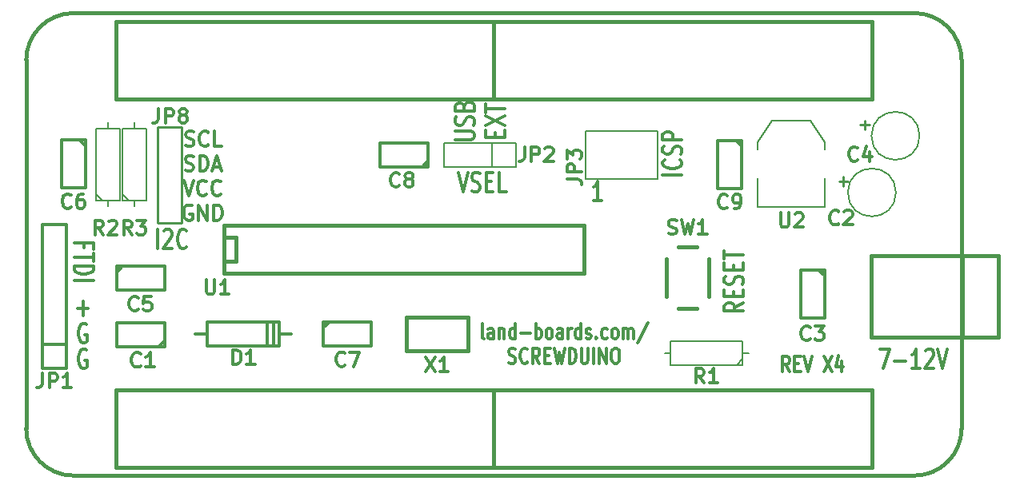
<source format=gto>
G04 #@! TF.FileFunction,Legend,Top*
%FSLAX46Y46*%
G04 Gerber Fmt 4.6, Leading zero omitted, Abs format (unit mm)*
G04 Created by KiCad (PCBNEW (after 2015-mar-04 BZR unknown)-product) date 6/6/2015 10:00:11 AM*
%MOMM*%
G01*
G04 APERTURE LIST*
%ADD10C,0.150000*%
%ADD11C,0.304800*%
%ADD12C,0.381000*%
%ADD13C,0.127000*%
%ADD14C,0.203200*%
%ADD15C,0.254000*%
%ADD16C,0.152400*%
G04 APERTURE END LIST*
D10*
D11*
X168268952Y-117332881D02*
X167845619Y-116546690D01*
X167543238Y-117332881D02*
X167543238Y-115681881D01*
X168027047Y-115681881D01*
X168148000Y-115760500D01*
X168208476Y-115839119D01*
X168268952Y-115996357D01*
X168268952Y-116232214D01*
X168208476Y-116389452D01*
X168148000Y-116468071D01*
X168027047Y-116546690D01*
X167543238Y-116546690D01*
X168813238Y-116468071D02*
X169236571Y-116468071D01*
X169418000Y-117332881D02*
X168813238Y-117332881D01*
X168813238Y-115681881D01*
X169418000Y-115681881D01*
X169780857Y-115681881D02*
X170204191Y-117332881D01*
X170627524Y-115681881D01*
X171897524Y-115681881D02*
X172744190Y-117332881D01*
X172744190Y-115681881D02*
X171897524Y-117332881D01*
X173772286Y-116232214D02*
X173772286Y-117332881D01*
X173469905Y-115603262D02*
X173167524Y-116782548D01*
X173953714Y-116782548D01*
X93617143Y-104176286D02*
X93617143Y-103668286D01*
X92552762Y-103668286D02*
X94584762Y-103668286D01*
X94584762Y-104394000D01*
X94584762Y-104756858D02*
X94584762Y-105627715D01*
X92552762Y-105192286D02*
X94584762Y-105192286D01*
X92552762Y-106135715D02*
X94584762Y-106135715D01*
X94584762Y-106498572D01*
X94488000Y-106716287D01*
X94294476Y-106861429D01*
X94100952Y-106934001D01*
X93713905Y-107006572D01*
X93423619Y-107006572D01*
X93036571Y-106934001D01*
X92843048Y-106861429D01*
X92649524Y-106716287D01*
X92552762Y-106498572D01*
X92552762Y-106135715D01*
X92552762Y-107659715D02*
X94584762Y-107659715D01*
X177799999Y-114965238D02*
X178815999Y-114965238D01*
X178162856Y-116997238D01*
X179396571Y-116223143D02*
X180557714Y-116223143D01*
X182081714Y-116997238D02*
X181210857Y-116997238D01*
X181646285Y-116997238D02*
X181646285Y-114965238D01*
X181501142Y-115255524D01*
X181356000Y-115449048D01*
X181210857Y-115545810D01*
X182662286Y-115158762D02*
X182734857Y-115062000D01*
X182880000Y-114965238D01*
X183242857Y-114965238D01*
X183388000Y-115062000D01*
X183460571Y-115158762D01*
X183533143Y-115352286D01*
X183533143Y-115545810D01*
X183460571Y-115836095D01*
X182589714Y-116997238D01*
X183533143Y-116997238D01*
X183968572Y-114965238D02*
X184476572Y-116997238D01*
X184984572Y-114965238D01*
X101382286Y-104297238D02*
X101382286Y-102265238D01*
X102035429Y-102458762D02*
X102108000Y-102362000D01*
X102253143Y-102265238D01*
X102616000Y-102265238D01*
X102761143Y-102362000D01*
X102833714Y-102458762D01*
X102906286Y-102652286D01*
X102906286Y-102845810D01*
X102833714Y-103136095D01*
X101962857Y-104297238D01*
X102906286Y-104297238D01*
X104430286Y-104103714D02*
X104357715Y-104200476D01*
X104140001Y-104297238D01*
X103994858Y-104297238D01*
X103777143Y-104200476D01*
X103632001Y-104006952D01*
X103559429Y-103813429D01*
X103486858Y-103426381D01*
X103486858Y-103136095D01*
X103559429Y-102749048D01*
X103632001Y-102555524D01*
X103777143Y-102362000D01*
X103994858Y-102265238D01*
X104140001Y-102265238D01*
X104357715Y-102362000D01*
X104430286Y-102458762D01*
X148390429Y-99217238D02*
X147519572Y-99217238D01*
X147955000Y-99217238D02*
X147955000Y-97185238D01*
X147809857Y-97475524D01*
X147664715Y-97669048D01*
X147519572Y-97765810D01*
X137078857Y-92472857D02*
X137078857Y-91964857D01*
X138143238Y-91747143D02*
X138143238Y-92472857D01*
X136111238Y-92472857D01*
X136111238Y-91747143D01*
X136111238Y-91239143D02*
X138143238Y-90223143D01*
X136111238Y-90223143D02*
X138143238Y-91239143D01*
X136111238Y-89860285D02*
X136111238Y-88989428D01*
X138143238Y-89424857D02*
X136111238Y-89424857D01*
X132872238Y-92728143D02*
X134517190Y-92728143D01*
X134710714Y-92655571D01*
X134807476Y-92583000D01*
X134904238Y-92437857D01*
X134904238Y-92147571D01*
X134807476Y-92002429D01*
X134710714Y-91929857D01*
X134517190Y-91857286D01*
X132872238Y-91857286D01*
X134807476Y-91204143D02*
X134904238Y-90986429D01*
X134904238Y-90623572D01*
X134807476Y-90478429D01*
X134710714Y-90405858D01*
X134517190Y-90333286D01*
X134323667Y-90333286D01*
X134130143Y-90405858D01*
X134033381Y-90478429D01*
X133936619Y-90623572D01*
X133839857Y-90913858D01*
X133743095Y-91059000D01*
X133646333Y-91131572D01*
X133452810Y-91204143D01*
X133259286Y-91204143D01*
X133065762Y-91131572D01*
X132969000Y-91059000D01*
X132872238Y-90913858D01*
X132872238Y-90551000D01*
X132969000Y-90333286D01*
X133839857Y-89172143D02*
X133936619Y-88954429D01*
X134033381Y-88881857D01*
X134226905Y-88809286D01*
X134517190Y-88809286D01*
X134710714Y-88881857D01*
X134807476Y-88954429D01*
X134904238Y-89099571D01*
X134904238Y-89680143D01*
X132872238Y-89680143D01*
X132872238Y-89172143D01*
X132969000Y-89027000D01*
X133065762Y-88954429D01*
X133259286Y-88881857D01*
X133452810Y-88881857D01*
X133646333Y-88954429D01*
X133743095Y-89027000D01*
X133839857Y-89172143D01*
X133839857Y-89680143D01*
X133184000Y-96227238D02*
X133692000Y-98259238D01*
X134200000Y-96227238D01*
X134635429Y-98162476D02*
X134853143Y-98259238D01*
X135216000Y-98259238D01*
X135361143Y-98162476D01*
X135433714Y-98065714D01*
X135506286Y-97872190D01*
X135506286Y-97678667D01*
X135433714Y-97485143D01*
X135361143Y-97388381D01*
X135216000Y-97291619D01*
X134925714Y-97194857D01*
X134780572Y-97098095D01*
X134708000Y-97001333D01*
X134635429Y-96807810D01*
X134635429Y-96614286D01*
X134708000Y-96420762D01*
X134780572Y-96324000D01*
X134925714Y-96227238D01*
X135288572Y-96227238D01*
X135506286Y-96324000D01*
X136159429Y-97194857D02*
X136667429Y-97194857D01*
X136885143Y-98259238D02*
X136159429Y-98259238D01*
X136159429Y-96227238D01*
X136885143Y-96227238D01*
X138264000Y-98259238D02*
X137538286Y-98259238D01*
X137538286Y-96227238D01*
X163393238Y-110053429D02*
X162425619Y-110561429D01*
X163393238Y-110924286D02*
X161361238Y-110924286D01*
X161361238Y-110343714D01*
X161458000Y-110198572D01*
X161554762Y-110126000D01*
X161748286Y-110053429D01*
X162038571Y-110053429D01*
X162232095Y-110126000D01*
X162328857Y-110198572D01*
X162425619Y-110343714D01*
X162425619Y-110924286D01*
X162328857Y-109400286D02*
X162328857Y-108892286D01*
X163393238Y-108674572D02*
X163393238Y-109400286D01*
X161361238Y-109400286D01*
X161361238Y-108674572D01*
X163296476Y-108094000D02*
X163393238Y-107876286D01*
X163393238Y-107513429D01*
X163296476Y-107368286D01*
X163199714Y-107295715D01*
X163006190Y-107223143D01*
X162812667Y-107223143D01*
X162619143Y-107295715D01*
X162522381Y-107368286D01*
X162425619Y-107513429D01*
X162328857Y-107803715D01*
X162232095Y-107948857D01*
X162135333Y-108021429D01*
X161941810Y-108094000D01*
X161748286Y-108094000D01*
X161554762Y-108021429D01*
X161458000Y-107948857D01*
X161361238Y-107803715D01*
X161361238Y-107440857D01*
X161458000Y-107223143D01*
X162328857Y-106570000D02*
X162328857Y-106062000D01*
X163393238Y-105844286D02*
X163393238Y-106570000D01*
X161361238Y-106570000D01*
X161361238Y-105844286D01*
X161361238Y-105408857D02*
X161361238Y-104538000D01*
X163393238Y-104973429D02*
X161361238Y-104973429D01*
X135902095Y-113865781D02*
X135781142Y-113787162D01*
X135720666Y-113629924D01*
X135720666Y-112214781D01*
X136930190Y-113865781D02*
X136930190Y-113000971D01*
X136869713Y-112843733D01*
X136748761Y-112765114D01*
X136506856Y-112765114D01*
X136385904Y-112843733D01*
X136930190Y-113787162D02*
X136809237Y-113865781D01*
X136506856Y-113865781D01*
X136385904Y-113787162D01*
X136325428Y-113629924D01*
X136325428Y-113472686D01*
X136385904Y-113315448D01*
X136506856Y-113236829D01*
X136809237Y-113236829D01*
X136930190Y-113158210D01*
X137534952Y-112765114D02*
X137534952Y-113865781D01*
X137534952Y-112922352D02*
X137595428Y-112843733D01*
X137716381Y-112765114D01*
X137897809Y-112765114D01*
X138018761Y-112843733D01*
X138079238Y-113000971D01*
X138079238Y-113865781D01*
X139228286Y-113865781D02*
X139228286Y-112214781D01*
X139228286Y-113787162D02*
X139107333Y-113865781D01*
X138865429Y-113865781D01*
X138744476Y-113787162D01*
X138684000Y-113708543D01*
X138623524Y-113551305D01*
X138623524Y-113079590D01*
X138684000Y-112922352D01*
X138744476Y-112843733D01*
X138865429Y-112765114D01*
X139107333Y-112765114D01*
X139228286Y-112843733D01*
X139833048Y-113236829D02*
X140800667Y-113236829D01*
X141405429Y-113865781D02*
X141405429Y-112214781D01*
X141405429Y-112843733D02*
X141526381Y-112765114D01*
X141768286Y-112765114D01*
X141889238Y-112843733D01*
X141949715Y-112922352D01*
X142010191Y-113079590D01*
X142010191Y-113551305D01*
X141949715Y-113708543D01*
X141889238Y-113787162D01*
X141768286Y-113865781D01*
X141526381Y-113865781D01*
X141405429Y-113787162D01*
X142735906Y-113865781D02*
X142614953Y-113787162D01*
X142554477Y-113708543D01*
X142494001Y-113551305D01*
X142494001Y-113079590D01*
X142554477Y-112922352D01*
X142614953Y-112843733D01*
X142735906Y-112765114D01*
X142917334Y-112765114D01*
X143038286Y-112843733D01*
X143098763Y-112922352D01*
X143159239Y-113079590D01*
X143159239Y-113551305D01*
X143098763Y-113708543D01*
X143038286Y-113787162D01*
X142917334Y-113865781D01*
X142735906Y-113865781D01*
X144247811Y-113865781D02*
X144247811Y-113000971D01*
X144187334Y-112843733D01*
X144066382Y-112765114D01*
X143824477Y-112765114D01*
X143703525Y-112843733D01*
X144247811Y-113787162D02*
X144126858Y-113865781D01*
X143824477Y-113865781D01*
X143703525Y-113787162D01*
X143643049Y-113629924D01*
X143643049Y-113472686D01*
X143703525Y-113315448D01*
X143824477Y-113236829D01*
X144126858Y-113236829D01*
X144247811Y-113158210D01*
X144852573Y-113865781D02*
X144852573Y-112765114D01*
X144852573Y-113079590D02*
X144913049Y-112922352D01*
X144973525Y-112843733D01*
X145094478Y-112765114D01*
X145215430Y-112765114D01*
X146183049Y-113865781D02*
X146183049Y-112214781D01*
X146183049Y-113787162D02*
X146062096Y-113865781D01*
X145820192Y-113865781D01*
X145699239Y-113787162D01*
X145638763Y-113708543D01*
X145578287Y-113551305D01*
X145578287Y-113079590D01*
X145638763Y-112922352D01*
X145699239Y-112843733D01*
X145820192Y-112765114D01*
X146062096Y-112765114D01*
X146183049Y-112843733D01*
X146727335Y-113787162D02*
X146848287Y-113865781D01*
X147090192Y-113865781D01*
X147211144Y-113787162D01*
X147271620Y-113629924D01*
X147271620Y-113551305D01*
X147211144Y-113394067D01*
X147090192Y-113315448D01*
X146908763Y-113315448D01*
X146787811Y-113236829D01*
X146727335Y-113079590D01*
X146727335Y-113000971D01*
X146787811Y-112843733D01*
X146908763Y-112765114D01*
X147090192Y-112765114D01*
X147211144Y-112843733D01*
X147815906Y-113708543D02*
X147876382Y-113787162D01*
X147815906Y-113865781D01*
X147755430Y-113787162D01*
X147815906Y-113708543D01*
X147815906Y-113865781D01*
X148964954Y-113787162D02*
X148844001Y-113865781D01*
X148602097Y-113865781D01*
X148481144Y-113787162D01*
X148420668Y-113708543D01*
X148360192Y-113551305D01*
X148360192Y-113079590D01*
X148420668Y-112922352D01*
X148481144Y-112843733D01*
X148602097Y-112765114D01*
X148844001Y-112765114D01*
X148964954Y-112843733D01*
X149690668Y-113865781D02*
X149569715Y-113787162D01*
X149509239Y-113708543D01*
X149448763Y-113551305D01*
X149448763Y-113079590D01*
X149509239Y-112922352D01*
X149569715Y-112843733D01*
X149690668Y-112765114D01*
X149872096Y-112765114D01*
X149993048Y-112843733D01*
X150053525Y-112922352D01*
X150114001Y-113079590D01*
X150114001Y-113551305D01*
X150053525Y-113708543D01*
X149993048Y-113787162D01*
X149872096Y-113865781D01*
X149690668Y-113865781D01*
X150658287Y-113865781D02*
X150658287Y-112765114D01*
X150658287Y-112922352D02*
X150718763Y-112843733D01*
X150839716Y-112765114D01*
X151021144Y-112765114D01*
X151142096Y-112843733D01*
X151202573Y-113000971D01*
X151202573Y-113865781D01*
X151202573Y-113000971D02*
X151263049Y-112843733D01*
X151384001Y-112765114D01*
X151565430Y-112765114D01*
X151686382Y-112843733D01*
X151746858Y-113000971D01*
X151746858Y-113865781D01*
X153258763Y-112136162D02*
X152170191Y-114258876D01*
X138532810Y-116403362D02*
X138714238Y-116481981D01*
X139016619Y-116481981D01*
X139137572Y-116403362D01*
X139198048Y-116324743D01*
X139258524Y-116167505D01*
X139258524Y-116010267D01*
X139198048Y-115853029D01*
X139137572Y-115774410D01*
X139016619Y-115695790D01*
X138774715Y-115617171D01*
X138653762Y-115538552D01*
X138593286Y-115459933D01*
X138532810Y-115302695D01*
X138532810Y-115145457D01*
X138593286Y-114988219D01*
X138653762Y-114909600D01*
X138774715Y-114830981D01*
X139077095Y-114830981D01*
X139258524Y-114909600D01*
X140528524Y-116324743D02*
X140468048Y-116403362D01*
X140286619Y-116481981D01*
X140165667Y-116481981D01*
X139984239Y-116403362D01*
X139863286Y-116246124D01*
X139802810Y-116088886D01*
X139742334Y-115774410D01*
X139742334Y-115538552D01*
X139802810Y-115224076D01*
X139863286Y-115066838D01*
X139984239Y-114909600D01*
X140165667Y-114830981D01*
X140286619Y-114830981D01*
X140468048Y-114909600D01*
X140528524Y-114988219D01*
X141798524Y-116481981D02*
X141375191Y-115695790D01*
X141072810Y-116481981D02*
X141072810Y-114830981D01*
X141556619Y-114830981D01*
X141677572Y-114909600D01*
X141738048Y-114988219D01*
X141798524Y-115145457D01*
X141798524Y-115381314D01*
X141738048Y-115538552D01*
X141677572Y-115617171D01*
X141556619Y-115695790D01*
X141072810Y-115695790D01*
X142342810Y-115617171D02*
X142766143Y-115617171D01*
X142947572Y-116481981D02*
X142342810Y-116481981D01*
X142342810Y-114830981D01*
X142947572Y-114830981D01*
X143370906Y-114830981D02*
X143673287Y-116481981D01*
X143915191Y-115302695D01*
X144157096Y-116481981D01*
X144459477Y-114830981D01*
X144943287Y-116481981D02*
X144943287Y-114830981D01*
X145245668Y-114830981D01*
X145427096Y-114909600D01*
X145548049Y-115066838D01*
X145608525Y-115224076D01*
X145669001Y-115538552D01*
X145669001Y-115774410D01*
X145608525Y-116088886D01*
X145548049Y-116246124D01*
X145427096Y-116403362D01*
X145245668Y-116481981D01*
X144943287Y-116481981D01*
X146213287Y-114830981D02*
X146213287Y-116167505D01*
X146273763Y-116324743D01*
X146334239Y-116403362D01*
X146455192Y-116481981D01*
X146697096Y-116481981D01*
X146818049Y-116403362D01*
X146878525Y-116324743D01*
X146939001Y-116167505D01*
X146939001Y-114830981D01*
X147543763Y-116481981D02*
X147543763Y-114830981D01*
X148148525Y-116481981D02*
X148148525Y-114830981D01*
X148874239Y-116481981D01*
X148874239Y-114830981D01*
X149720906Y-114830981D02*
X149962810Y-114830981D01*
X150083763Y-114909600D01*
X150204715Y-115066838D01*
X150265191Y-115381314D01*
X150265191Y-115931648D01*
X150204715Y-116246124D01*
X150083763Y-116403362D01*
X149962810Y-116481981D01*
X149720906Y-116481981D01*
X149599953Y-116403362D01*
X149479001Y-116246124D01*
X149418525Y-115931648D01*
X149418525Y-115381314D01*
X149479001Y-115066838D01*
X149599953Y-114909600D01*
X149720906Y-114830981D01*
D12*
X92474000Y-79340000D02*
X181474000Y-79340000D01*
X87474000Y-123340000D02*
X87474000Y-84340000D01*
X181474000Y-128340000D02*
X92474000Y-128340000D01*
X186474000Y-84340000D02*
X186474000Y-123340000D01*
X87474000Y-123340000D02*
G75*
G03X92474000Y-128340000I5000000J0D01*
G01*
X181474000Y-128340000D02*
G75*
G03X186474000Y-123340000I0J5000000D01*
G01*
X186474000Y-84340000D02*
G75*
G03X181474000Y-79340000I-5000000J0D01*
G01*
X92474000Y-79340000D02*
G75*
G03X87474000Y-84340000I0J-5000000D01*
G01*
D11*
X92891429Y-110635143D02*
X94052572Y-110635143D01*
X93472001Y-111409238D02*
X93472001Y-109861048D01*
X93873143Y-112324000D02*
X93728000Y-112227238D01*
X93510286Y-112227238D01*
X93292571Y-112324000D01*
X93147429Y-112517524D01*
X93074857Y-112711048D01*
X93002286Y-113098095D01*
X93002286Y-113388381D01*
X93074857Y-113775429D01*
X93147429Y-113968952D01*
X93292571Y-114162476D01*
X93510286Y-114259238D01*
X93655429Y-114259238D01*
X93873143Y-114162476D01*
X93945714Y-114065714D01*
X93945714Y-113388381D01*
X93655429Y-113388381D01*
X93871143Y-115062000D02*
X93726000Y-114965238D01*
X93508286Y-114965238D01*
X93290571Y-115062000D01*
X93145429Y-115255524D01*
X93072857Y-115449048D01*
X93000286Y-115836095D01*
X93000286Y-116126381D01*
X93072857Y-116513429D01*
X93145429Y-116706952D01*
X93290571Y-116900476D01*
X93508286Y-116997238D01*
X93653429Y-116997238D01*
X93871143Y-116900476D01*
X93943714Y-116803714D01*
X93943714Y-116126381D01*
X93653429Y-116126381D01*
X104357715Y-93390962D02*
X104575429Y-93469581D01*
X104938286Y-93469581D01*
X105083429Y-93390962D01*
X105156000Y-93312343D01*
X105228572Y-93155105D01*
X105228572Y-92997867D01*
X105156000Y-92840629D01*
X105083429Y-92762010D01*
X104938286Y-92683390D01*
X104648000Y-92604771D01*
X104502858Y-92526152D01*
X104430286Y-92447533D01*
X104357715Y-92290295D01*
X104357715Y-92133057D01*
X104430286Y-91975819D01*
X104502858Y-91897200D01*
X104648000Y-91818581D01*
X105010858Y-91818581D01*
X105228572Y-91897200D01*
X106752572Y-93312343D02*
X106680001Y-93390962D01*
X106462287Y-93469581D01*
X106317144Y-93469581D01*
X106099429Y-93390962D01*
X105954287Y-93233724D01*
X105881715Y-93076486D01*
X105809144Y-92762010D01*
X105809144Y-92526152D01*
X105881715Y-92211676D01*
X105954287Y-92054438D01*
X106099429Y-91897200D01*
X106317144Y-91818581D01*
X106462287Y-91818581D01*
X106680001Y-91897200D01*
X106752572Y-91975819D01*
X108131429Y-93469581D02*
X107405715Y-93469581D01*
X107405715Y-91818581D01*
X104321429Y-96007162D02*
X104539143Y-96085781D01*
X104902000Y-96085781D01*
X105047143Y-96007162D01*
X105119714Y-95928543D01*
X105192286Y-95771305D01*
X105192286Y-95614067D01*
X105119714Y-95456829D01*
X105047143Y-95378210D01*
X104902000Y-95299590D01*
X104611714Y-95220971D01*
X104466572Y-95142352D01*
X104394000Y-95063733D01*
X104321429Y-94906495D01*
X104321429Y-94749257D01*
X104394000Y-94592019D01*
X104466572Y-94513400D01*
X104611714Y-94434781D01*
X104974572Y-94434781D01*
X105192286Y-94513400D01*
X105845429Y-96085781D02*
X105845429Y-94434781D01*
X106208286Y-94434781D01*
X106426001Y-94513400D01*
X106571143Y-94670638D01*
X106643715Y-94827876D01*
X106716286Y-95142352D01*
X106716286Y-95378210D01*
X106643715Y-95692686D01*
X106571143Y-95849924D01*
X106426001Y-96007162D01*
X106208286Y-96085781D01*
X105845429Y-96085781D01*
X107296858Y-95614067D02*
X108022572Y-95614067D01*
X107151715Y-96085781D02*
X107659715Y-94434781D01*
X108167715Y-96085781D01*
X104140000Y-97050981D02*
X104648000Y-98701981D01*
X105156000Y-97050981D01*
X106534857Y-98544743D02*
X106462286Y-98623362D01*
X106244572Y-98701981D01*
X106099429Y-98701981D01*
X105881714Y-98623362D01*
X105736572Y-98466124D01*
X105664000Y-98308886D01*
X105591429Y-97994410D01*
X105591429Y-97758552D01*
X105664000Y-97444076D01*
X105736572Y-97286838D01*
X105881714Y-97129600D01*
X106099429Y-97050981D01*
X106244572Y-97050981D01*
X106462286Y-97129600D01*
X106534857Y-97208219D01*
X108058857Y-98544743D02*
X107986286Y-98623362D01*
X107768572Y-98701981D01*
X107623429Y-98701981D01*
X107405714Y-98623362D01*
X107260572Y-98466124D01*
X107188000Y-98308886D01*
X107115429Y-97994410D01*
X107115429Y-97758552D01*
X107188000Y-97444076D01*
X107260572Y-97286838D01*
X107405714Y-97129600D01*
X107623429Y-97050981D01*
X107768572Y-97050981D01*
X107986286Y-97129600D01*
X108058857Y-97208219D01*
X105010858Y-99745800D02*
X104865715Y-99667181D01*
X104648001Y-99667181D01*
X104430286Y-99745800D01*
X104285144Y-99903038D01*
X104212572Y-100060276D01*
X104140001Y-100374752D01*
X104140001Y-100610610D01*
X104212572Y-100925086D01*
X104285144Y-101082324D01*
X104430286Y-101239562D01*
X104648001Y-101318181D01*
X104793144Y-101318181D01*
X105010858Y-101239562D01*
X105083429Y-101160943D01*
X105083429Y-100610610D01*
X104793144Y-100610610D01*
X105736572Y-101318181D02*
X105736572Y-99667181D01*
X106607429Y-101318181D01*
X106607429Y-99667181D01*
X107333143Y-101318181D02*
X107333143Y-99667181D01*
X107696000Y-99667181D01*
X107913715Y-99745800D01*
X108058857Y-99903038D01*
X108131429Y-100060276D01*
X108204000Y-100374752D01*
X108204000Y-100610610D01*
X108131429Y-100925086D01*
X108058857Y-101082324D01*
X107913715Y-101239562D01*
X107696000Y-101318181D01*
X107333143Y-101318181D01*
X156875238Y-96483714D02*
X154843238Y-96483714D01*
X156681714Y-94887143D02*
X156778476Y-94959714D01*
X156875238Y-95177428D01*
X156875238Y-95322571D01*
X156778476Y-95540286D01*
X156584952Y-95685428D01*
X156391429Y-95758000D01*
X156004381Y-95830571D01*
X155714095Y-95830571D01*
X155327048Y-95758000D01*
X155133524Y-95685428D01*
X154940000Y-95540286D01*
X154843238Y-95322571D01*
X154843238Y-95177428D01*
X154940000Y-94959714D01*
X155036762Y-94887143D01*
X156778476Y-94306571D02*
X156875238Y-94088857D01*
X156875238Y-93726000D01*
X156778476Y-93580857D01*
X156681714Y-93508286D01*
X156488190Y-93435714D01*
X156294667Y-93435714D01*
X156101143Y-93508286D01*
X156004381Y-93580857D01*
X155907619Y-93726000D01*
X155810857Y-94016286D01*
X155714095Y-94161428D01*
X155617333Y-94234000D01*
X155423810Y-94306571D01*
X155230286Y-94306571D01*
X155036762Y-94234000D01*
X154940000Y-94161428D01*
X154843238Y-94016286D01*
X154843238Y-93653428D01*
X154940000Y-93435714D01*
X156875238Y-92782571D02*
X154843238Y-92782571D01*
X154843238Y-92201999D01*
X154940000Y-92056857D01*
X155036762Y-91984285D01*
X155230286Y-91911714D01*
X155520571Y-91911714D01*
X155714095Y-91984285D01*
X155810857Y-92056857D01*
X155907619Y-92201999D01*
X155907619Y-92782571D01*
X106664000Y-112070000D02*
X114284000Y-112070000D01*
X114284000Y-112070000D02*
X114284000Y-114610000D01*
X114284000Y-114610000D02*
X106664000Y-114610000D01*
X106664000Y-114610000D02*
X106664000Y-112070000D01*
X113649000Y-112070000D02*
X113649000Y-114610000D01*
X113014000Y-114610000D02*
X113014000Y-112070000D01*
X106664000Y-113340000D02*
X105394000Y-113340000D01*
X114284000Y-113340000D02*
X115554000Y-113340000D01*
D12*
X108424000Y-101800000D02*
X146524000Y-101800000D01*
X146524000Y-101800000D02*
X146524000Y-106880000D01*
X146524000Y-106880000D02*
X108424000Y-106880000D01*
X108424000Y-106880000D02*
X108424000Y-101800000D01*
X108424000Y-103070000D02*
X109694000Y-103070000D01*
X109694000Y-103070000D02*
X109694000Y-105610000D01*
X109694000Y-105610000D02*
X108424000Y-105610000D01*
D13*
X98298000Y-99187000D02*
X100203000Y-99187000D01*
X100203000Y-99187000D02*
X100203000Y-91567000D01*
X100203000Y-91567000D02*
X97663000Y-91567000D01*
X97663000Y-91567000D02*
X97663000Y-99187000D01*
X97663000Y-99187000D02*
X98298000Y-99187000D01*
X98933000Y-99822000D02*
X98933000Y-99187000D01*
X98933000Y-91567000D02*
X98933000Y-90932000D01*
X98298000Y-99187000D02*
X97663000Y-98552000D01*
X95504000Y-99187000D02*
X97409000Y-99187000D01*
X97409000Y-99187000D02*
X97409000Y-91567000D01*
X97409000Y-91567000D02*
X94869000Y-91567000D01*
X94869000Y-91567000D02*
X94869000Y-99187000D01*
X94869000Y-99187000D02*
X95504000Y-99187000D01*
X96139000Y-99822000D02*
X96139000Y-99187000D01*
X96139000Y-91567000D02*
X96139000Y-90932000D01*
X95504000Y-99187000D02*
X94869000Y-98552000D01*
X163284000Y-115975000D02*
X163284000Y-114070000D01*
X163284000Y-114070000D02*
X155664000Y-114070000D01*
X155664000Y-114070000D02*
X155664000Y-116610000D01*
X155664000Y-116610000D02*
X163284000Y-116610000D01*
X163284000Y-116610000D02*
X163284000Y-115975000D01*
X163919000Y-115340000D02*
X163284000Y-115340000D01*
X155664000Y-115340000D02*
X155029000Y-115340000D01*
X163284000Y-115975000D02*
X162649000Y-116610000D01*
D14*
X164918000Y-96864000D02*
X164918000Y-99912000D01*
X164918000Y-99912000D02*
X172030000Y-99912000D01*
X172030000Y-99912000D02*
X172030000Y-96864000D01*
X164918000Y-93816000D02*
X164918000Y-93054000D01*
X164918000Y-93054000D02*
X166442000Y-90768000D01*
X166442000Y-90768000D02*
X170506000Y-90768000D01*
X170506000Y-90768000D02*
X172030000Y-93054000D01*
X172030000Y-93054000D02*
X172030000Y-93816000D01*
X154284000Y-96880000D02*
X146664000Y-96880000D01*
X146664000Y-91800000D02*
X154284000Y-91800000D01*
X154284000Y-91800000D02*
X154284000Y-96880000D01*
X146664000Y-96880000D02*
X146664000Y-91800000D01*
D13*
X182017173Y-92340000D02*
G75*
G03X182017173Y-92340000I-2543173J0D01*
G01*
X179517173Y-98340000D02*
G75*
G03X179517173Y-98340000I-2543173J0D01*
G01*
D11*
X163195000Y-92887800D02*
X163195000Y-97917000D01*
X163195000Y-97917000D02*
X160655000Y-97917000D01*
X160655000Y-97917000D02*
X160655000Y-92837000D01*
X160655000Y-92837000D02*
X163195000Y-92837000D01*
X162560000Y-92837000D02*
X163195000Y-93472000D01*
X129963200Y-95610000D02*
X124934000Y-95610000D01*
X124934000Y-95610000D02*
X124934000Y-93070000D01*
X124934000Y-93070000D02*
X130014000Y-93070000D01*
X130014000Y-93070000D02*
X130014000Y-95610000D01*
X130014000Y-94975000D02*
X129379000Y-95610000D01*
X102057200Y-114681000D02*
X97028000Y-114681000D01*
X97028000Y-114681000D02*
X97028000Y-112141000D01*
X97028000Y-112141000D02*
X102108000Y-112141000D01*
X102108000Y-112141000D02*
X102108000Y-114681000D01*
X102108000Y-114046000D02*
X101473000Y-114681000D01*
X118984800Y-112070000D02*
X124014000Y-112070000D01*
X124014000Y-112070000D02*
X124014000Y-114610000D01*
X124014000Y-114610000D02*
X118934000Y-114610000D01*
X118934000Y-114610000D02*
X118934000Y-112070000D01*
X118934000Y-112705000D02*
X119569000Y-112070000D01*
X93744000Y-92850800D02*
X93744000Y-97880000D01*
X93744000Y-97880000D02*
X91204000Y-97880000D01*
X91204000Y-97880000D02*
X91204000Y-92800000D01*
X91204000Y-92800000D02*
X93744000Y-92800000D01*
X93109000Y-92800000D02*
X93744000Y-93435000D01*
X97078800Y-106172000D02*
X102108000Y-106172000D01*
X102108000Y-106172000D02*
X102108000Y-108712000D01*
X102108000Y-108712000D02*
X97028000Y-108712000D01*
X97028000Y-108712000D02*
X97028000Y-106172000D01*
X97028000Y-106807000D02*
X97663000Y-106172000D01*
X171958000Y-106603800D02*
X171958000Y-111633000D01*
X171958000Y-111633000D02*
X169418000Y-111633000D01*
X169418000Y-111633000D02*
X169418000Y-106553000D01*
X169418000Y-106553000D02*
X171958000Y-106553000D01*
X171323000Y-106553000D02*
X171958000Y-107188000D01*
D12*
X136973360Y-119240440D02*
X136973360Y-127439560D01*
X136973360Y-127439560D02*
X96973440Y-127439560D01*
X96973440Y-127439560D02*
X96973440Y-119240440D01*
X96973440Y-119240440D02*
X136973360Y-119240440D01*
X136974640Y-88439560D02*
X136974640Y-80240440D01*
X136974640Y-80240440D02*
X176974560Y-80240440D01*
X176974560Y-80240440D02*
X176974560Y-88439560D01*
X176974560Y-88439560D02*
X136974640Y-88439560D01*
X96974640Y-88439560D02*
X96974640Y-80240440D01*
X96974640Y-80240440D02*
X136974560Y-80240440D01*
X136974560Y-80240440D02*
X136974560Y-88439560D01*
X136974560Y-88439560D02*
X96974640Y-88439560D01*
X176973360Y-119240440D02*
X176973360Y-127439560D01*
X176973360Y-127439560D02*
X136973440Y-127439560D01*
X136973440Y-127439560D02*
X136973440Y-119240440D01*
X136973440Y-119240440D02*
X176973360Y-119240440D01*
D11*
X91744000Y-116960000D02*
X89204000Y-116960000D01*
X89204000Y-116960000D02*
X89204000Y-101720000D01*
X89204000Y-101720000D02*
X91744000Y-101720000D01*
X91744000Y-101720000D02*
X91744000Y-116960000D01*
X91744000Y-114420000D02*
X89204000Y-114420000D01*
D15*
X101346000Y-101600000D02*
X101346000Y-91440000D01*
X103886000Y-101600000D02*
X103886000Y-91440000D01*
X103886000Y-91440000D02*
X101346000Y-91440000D01*
X101346000Y-101600000D02*
X103886000Y-101600000D01*
D12*
X156473240Y-110591200D02*
X158474760Y-110591200D01*
X159724440Y-109338980D02*
X159724440Y-105341020D01*
X156473240Y-104088800D02*
X158223300Y-104088800D01*
X158223300Y-104088800D02*
X158474760Y-104088800D01*
X155223560Y-109338980D02*
X155223560Y-105341020D01*
X134225200Y-115090060D02*
X127722800Y-115090060D01*
X127722800Y-115090060D02*
X127722800Y-111589940D01*
X127722800Y-111589940D02*
X134225200Y-111589940D01*
X134225200Y-111589940D02*
X134225200Y-115090060D01*
X189586000Y-113658000D02*
X190348000Y-113658000D01*
X190348000Y-113658000D02*
X190348000Y-105022000D01*
X190348000Y-105022000D02*
X189586000Y-105022000D01*
X186538000Y-113658000D02*
X186538000Y-105022000D01*
X176886000Y-113658000D02*
X176886000Y-105022000D01*
X189586000Y-105022000D02*
X176886000Y-105022000D01*
X189586000Y-113658000D02*
X176886000Y-113658000D01*
D16*
X139284000Y-93070000D02*
X139284000Y-95610000D01*
X139284000Y-95610000D02*
X131664000Y-95610000D01*
X131664000Y-95610000D02*
X131664000Y-93070000D01*
X131664000Y-93070000D02*
X139284000Y-93070000D01*
X136744000Y-95610000D02*
X136744000Y-93070000D01*
D11*
X109349143Y-116529429D02*
X109349143Y-115005429D01*
X109712000Y-115005429D01*
X109929715Y-115078000D01*
X110074857Y-115223143D01*
X110147429Y-115368286D01*
X110220000Y-115658571D01*
X110220000Y-115876286D01*
X110147429Y-116166571D01*
X110074857Y-116311714D01*
X109929715Y-116456857D01*
X109712000Y-116529429D01*
X109349143Y-116529429D01*
X111671429Y-116529429D02*
X110800572Y-116529429D01*
X111236000Y-116529429D02*
X111236000Y-115005429D01*
X111090857Y-115223143D01*
X110945715Y-115368286D01*
X110800572Y-115440857D01*
X106534857Y-107623429D02*
X106534857Y-108857143D01*
X106607429Y-109002286D01*
X106680000Y-109074857D01*
X106825143Y-109147429D01*
X107115429Y-109147429D01*
X107260571Y-109074857D01*
X107333143Y-109002286D01*
X107405714Y-108857143D01*
X107405714Y-107623429D01*
X108929714Y-109147429D02*
X108058857Y-109147429D01*
X108494285Y-109147429D02*
X108494285Y-107623429D01*
X108349142Y-107841143D01*
X108204000Y-107986286D01*
X108058857Y-108058857D01*
X98662000Y-102834429D02*
X98154000Y-102108714D01*
X97791143Y-102834429D02*
X97791143Y-101310429D01*
X98371715Y-101310429D01*
X98516857Y-101383000D01*
X98589429Y-101455571D01*
X98662000Y-101600714D01*
X98662000Y-101818429D01*
X98589429Y-101963571D01*
X98516857Y-102036143D01*
X98371715Y-102108714D01*
X97791143Y-102108714D01*
X99170000Y-101310429D02*
X100113429Y-101310429D01*
X99605429Y-101891000D01*
X99823143Y-101891000D01*
X99968286Y-101963571D01*
X100040857Y-102036143D01*
X100113429Y-102181286D01*
X100113429Y-102544143D01*
X100040857Y-102689286D01*
X99968286Y-102761857D01*
X99823143Y-102834429D01*
X99387715Y-102834429D01*
X99242572Y-102761857D01*
X99170000Y-102689286D01*
X95635000Y-102816429D02*
X95127000Y-102090714D01*
X94764143Y-102816429D02*
X94764143Y-101292429D01*
X95344715Y-101292429D01*
X95489857Y-101365000D01*
X95562429Y-101437571D01*
X95635000Y-101582714D01*
X95635000Y-101800429D01*
X95562429Y-101945571D01*
X95489857Y-102018143D01*
X95344715Y-102090714D01*
X94764143Y-102090714D01*
X96215572Y-101437571D02*
X96288143Y-101365000D01*
X96433286Y-101292429D01*
X96796143Y-101292429D01*
X96941286Y-101365000D01*
X97013857Y-101437571D01*
X97086429Y-101582714D01*
X97086429Y-101727857D01*
X97013857Y-101945571D01*
X96143000Y-102816429D01*
X97086429Y-102816429D01*
X159220000Y-118529429D02*
X158712000Y-117803714D01*
X158349143Y-118529429D02*
X158349143Y-117005429D01*
X158929715Y-117005429D01*
X159074857Y-117078000D01*
X159147429Y-117150571D01*
X159220000Y-117295714D01*
X159220000Y-117513429D01*
X159147429Y-117658571D01*
X159074857Y-117731143D01*
X158929715Y-117803714D01*
X158349143Y-117803714D01*
X160671429Y-118529429D02*
X159800572Y-118529429D01*
X160236000Y-118529429D02*
X160236000Y-117005429D01*
X160090857Y-117223143D01*
X159945715Y-117368286D01*
X159800572Y-117440857D01*
X167312857Y-100505429D02*
X167312857Y-101739143D01*
X167385429Y-101884286D01*
X167458000Y-101956857D01*
X167603143Y-102029429D01*
X167893429Y-102029429D01*
X168038571Y-101956857D01*
X168111143Y-101884286D01*
X168183714Y-101739143D01*
X168183714Y-100505429D01*
X168836857Y-100650571D02*
X168909428Y-100578000D01*
X169054571Y-100505429D01*
X169417428Y-100505429D01*
X169562571Y-100578000D01*
X169635142Y-100650571D01*
X169707714Y-100795714D01*
X169707714Y-100940857D01*
X169635142Y-101158571D01*
X168764285Y-102029429D01*
X169707714Y-102029429D01*
X144707429Y-96901000D02*
X145796000Y-96901000D01*
X146013714Y-96973572D01*
X146158857Y-97118715D01*
X146231429Y-97336429D01*
X146231429Y-97481572D01*
X146231429Y-96175286D02*
X144707429Y-96175286D01*
X144707429Y-95594714D01*
X144780000Y-95449572D01*
X144852571Y-95377000D01*
X144997714Y-95304429D01*
X145215429Y-95304429D01*
X145360571Y-95377000D01*
X145433143Y-95449572D01*
X145505714Y-95594714D01*
X145505714Y-96175286D01*
X144707429Y-94796429D02*
X144707429Y-93853000D01*
X145288000Y-94361000D01*
X145288000Y-94143286D01*
X145360571Y-93998143D01*
X145433143Y-93925572D01*
X145578286Y-93853000D01*
X145941143Y-93853000D01*
X146086286Y-93925572D01*
X146158857Y-93998143D01*
X146231429Y-94143286D01*
X146231429Y-94578714D01*
X146158857Y-94723857D01*
X146086286Y-94796429D01*
X175470000Y-94884286D02*
X175397429Y-94956857D01*
X175179715Y-95029429D01*
X175034572Y-95029429D01*
X174816857Y-94956857D01*
X174671715Y-94811714D01*
X174599143Y-94666571D01*
X174526572Y-94376286D01*
X174526572Y-94158571D01*
X174599143Y-93868286D01*
X174671715Y-93723143D01*
X174816857Y-93578000D01*
X175034572Y-93505429D01*
X175179715Y-93505429D01*
X175397429Y-93578000D01*
X175470000Y-93650571D01*
X176776286Y-94013429D02*
X176776286Y-95029429D01*
X176413429Y-93432857D02*
X176050572Y-94521429D01*
X176994000Y-94521429D01*
D15*
X175740191Y-91180714D02*
X176707810Y-91180714D01*
X176224000Y-91664524D02*
X176224000Y-90696905D01*
D11*
X173470000Y-101634286D02*
X173397429Y-101706857D01*
X173179715Y-101779429D01*
X173034572Y-101779429D01*
X172816857Y-101706857D01*
X172671715Y-101561714D01*
X172599143Y-101416571D01*
X172526572Y-101126286D01*
X172526572Y-100908571D01*
X172599143Y-100618286D01*
X172671715Y-100473143D01*
X172816857Y-100328000D01*
X173034572Y-100255429D01*
X173179715Y-100255429D01*
X173397429Y-100328000D01*
X173470000Y-100400571D01*
X174050572Y-100400571D02*
X174123143Y-100328000D01*
X174268286Y-100255429D01*
X174631143Y-100255429D01*
X174776286Y-100328000D01*
X174848857Y-100400571D01*
X174921429Y-100545714D01*
X174921429Y-100690857D01*
X174848857Y-100908571D01*
X173978000Y-101779429D01*
X174921429Y-101779429D01*
D15*
X173490191Y-97180714D02*
X174457810Y-97180714D01*
X173974000Y-97664524D02*
X173974000Y-96696905D01*
D11*
X161671000Y-99921286D02*
X161598429Y-99993857D01*
X161380715Y-100066429D01*
X161235572Y-100066429D01*
X161017857Y-99993857D01*
X160872715Y-99848714D01*
X160800143Y-99703571D01*
X160727572Y-99413286D01*
X160727572Y-99195571D01*
X160800143Y-98905286D01*
X160872715Y-98760143D01*
X161017857Y-98615000D01*
X161235572Y-98542429D01*
X161380715Y-98542429D01*
X161598429Y-98615000D01*
X161671000Y-98687571D01*
X162396715Y-100066429D02*
X162687000Y-100066429D01*
X162832143Y-99993857D01*
X162904715Y-99921286D01*
X163049857Y-99703571D01*
X163122429Y-99413286D01*
X163122429Y-98832714D01*
X163049857Y-98687571D01*
X162977286Y-98615000D01*
X162832143Y-98542429D01*
X162541857Y-98542429D01*
X162396715Y-98615000D01*
X162324143Y-98687571D01*
X162251572Y-98832714D01*
X162251572Y-99195571D01*
X162324143Y-99340714D01*
X162396715Y-99413286D01*
X162541857Y-99485857D01*
X162832143Y-99485857D01*
X162977286Y-99413286D01*
X163049857Y-99340714D01*
X163122429Y-99195571D01*
X126970000Y-97634286D02*
X126897429Y-97706857D01*
X126679715Y-97779429D01*
X126534572Y-97779429D01*
X126316857Y-97706857D01*
X126171715Y-97561714D01*
X126099143Y-97416571D01*
X126026572Y-97126286D01*
X126026572Y-96908571D01*
X126099143Y-96618286D01*
X126171715Y-96473143D01*
X126316857Y-96328000D01*
X126534572Y-96255429D01*
X126679715Y-96255429D01*
X126897429Y-96328000D01*
X126970000Y-96400571D01*
X127840857Y-96908571D02*
X127695715Y-96836000D01*
X127623143Y-96763429D01*
X127550572Y-96618286D01*
X127550572Y-96545714D01*
X127623143Y-96400571D01*
X127695715Y-96328000D01*
X127840857Y-96255429D01*
X128131143Y-96255429D01*
X128276286Y-96328000D01*
X128348857Y-96400571D01*
X128421429Y-96545714D01*
X128421429Y-96618286D01*
X128348857Y-96763429D01*
X128276286Y-96836000D01*
X128131143Y-96908571D01*
X127840857Y-96908571D01*
X127695715Y-96981143D01*
X127623143Y-97053714D01*
X127550572Y-97198857D01*
X127550572Y-97489143D01*
X127623143Y-97634286D01*
X127695715Y-97706857D01*
X127840857Y-97779429D01*
X128131143Y-97779429D01*
X128276286Y-97706857D01*
X128348857Y-97634286D01*
X128421429Y-97489143D01*
X128421429Y-97198857D01*
X128348857Y-97053714D01*
X128276286Y-96981143D01*
X128131143Y-96908571D01*
X99564000Y-116705286D02*
X99491429Y-116777857D01*
X99273715Y-116850429D01*
X99128572Y-116850429D01*
X98910857Y-116777857D01*
X98765715Y-116632714D01*
X98693143Y-116487571D01*
X98620572Y-116197286D01*
X98620572Y-115979571D01*
X98693143Y-115689286D01*
X98765715Y-115544143D01*
X98910857Y-115399000D01*
X99128572Y-115326429D01*
X99273715Y-115326429D01*
X99491429Y-115399000D01*
X99564000Y-115471571D01*
X101015429Y-116850429D02*
X100144572Y-116850429D01*
X100580000Y-116850429D02*
X100580000Y-115326429D01*
X100434857Y-115544143D01*
X100289715Y-115689286D01*
X100144572Y-115761857D01*
X121220000Y-116634286D02*
X121147429Y-116706857D01*
X120929715Y-116779429D01*
X120784572Y-116779429D01*
X120566857Y-116706857D01*
X120421715Y-116561714D01*
X120349143Y-116416571D01*
X120276572Y-116126286D01*
X120276572Y-115908571D01*
X120349143Y-115618286D01*
X120421715Y-115473143D01*
X120566857Y-115328000D01*
X120784572Y-115255429D01*
X120929715Y-115255429D01*
X121147429Y-115328000D01*
X121220000Y-115400571D01*
X121728000Y-115255429D02*
X122744000Y-115255429D01*
X122090857Y-116779429D01*
X92220000Y-99884286D02*
X92147429Y-99956857D01*
X91929715Y-100029429D01*
X91784572Y-100029429D01*
X91566857Y-99956857D01*
X91421715Y-99811714D01*
X91349143Y-99666571D01*
X91276572Y-99376286D01*
X91276572Y-99158571D01*
X91349143Y-98868286D01*
X91421715Y-98723143D01*
X91566857Y-98578000D01*
X91784572Y-98505429D01*
X91929715Y-98505429D01*
X92147429Y-98578000D01*
X92220000Y-98650571D01*
X93526286Y-98505429D02*
X93236000Y-98505429D01*
X93090857Y-98578000D01*
X93018286Y-98650571D01*
X92873143Y-98868286D01*
X92800572Y-99158571D01*
X92800572Y-99739143D01*
X92873143Y-99884286D01*
X92945715Y-99956857D01*
X93090857Y-100029429D01*
X93381143Y-100029429D01*
X93526286Y-99956857D01*
X93598857Y-99884286D01*
X93671429Y-99739143D01*
X93671429Y-99376286D01*
X93598857Y-99231143D01*
X93526286Y-99158571D01*
X93381143Y-99086000D01*
X93090857Y-99086000D01*
X92945715Y-99158571D01*
X92873143Y-99231143D01*
X92800572Y-99376286D01*
X99314000Y-110736286D02*
X99241429Y-110808857D01*
X99023715Y-110881429D01*
X98878572Y-110881429D01*
X98660857Y-110808857D01*
X98515715Y-110663714D01*
X98443143Y-110518571D01*
X98370572Y-110228286D01*
X98370572Y-110010571D01*
X98443143Y-109720286D01*
X98515715Y-109575143D01*
X98660857Y-109430000D01*
X98878572Y-109357429D01*
X99023715Y-109357429D01*
X99241429Y-109430000D01*
X99314000Y-109502571D01*
X100692857Y-109357429D02*
X99967143Y-109357429D01*
X99894572Y-110083143D01*
X99967143Y-110010571D01*
X100112286Y-109938000D01*
X100475143Y-109938000D01*
X100620286Y-110010571D01*
X100692857Y-110083143D01*
X100765429Y-110228286D01*
X100765429Y-110591143D01*
X100692857Y-110736286D01*
X100620286Y-110808857D01*
X100475143Y-110881429D01*
X100112286Y-110881429D01*
X99967143Y-110808857D01*
X99894572Y-110736286D01*
X170434000Y-113887286D02*
X170361429Y-113959857D01*
X170143715Y-114032429D01*
X169998572Y-114032429D01*
X169780857Y-113959857D01*
X169635715Y-113814714D01*
X169563143Y-113669571D01*
X169490572Y-113379286D01*
X169490572Y-113161571D01*
X169563143Y-112871286D01*
X169635715Y-112726143D01*
X169780857Y-112581000D01*
X169998572Y-112508429D01*
X170143715Y-112508429D01*
X170361429Y-112581000D01*
X170434000Y-112653571D01*
X170942000Y-112508429D02*
X171885429Y-112508429D01*
X171377429Y-113089000D01*
X171595143Y-113089000D01*
X171740286Y-113161571D01*
X171812857Y-113234143D01*
X171885429Y-113379286D01*
X171885429Y-113742143D01*
X171812857Y-113887286D01*
X171740286Y-113959857D01*
X171595143Y-114032429D01*
X171159715Y-114032429D01*
X171014572Y-113959857D01*
X170942000Y-113887286D01*
X89204000Y-117505429D02*
X89204000Y-118594000D01*
X89131428Y-118811714D01*
X88986285Y-118956857D01*
X88768571Y-119029429D01*
X88623428Y-119029429D01*
X89929714Y-119029429D02*
X89929714Y-117505429D01*
X90510286Y-117505429D01*
X90655428Y-117578000D01*
X90728000Y-117650571D01*
X90800571Y-117795714D01*
X90800571Y-118013429D01*
X90728000Y-118158571D01*
X90655428Y-118231143D01*
X90510286Y-118303714D01*
X89929714Y-118303714D01*
X92252000Y-119029429D02*
X91381143Y-119029429D01*
X91816571Y-119029429D02*
X91816571Y-117505429D01*
X91671428Y-117723143D01*
X91526286Y-117868286D01*
X91381143Y-117940857D01*
X101473000Y-89462429D02*
X101473000Y-90551000D01*
X101400428Y-90768714D01*
X101255285Y-90913857D01*
X101037571Y-90986429D01*
X100892428Y-90986429D01*
X102198714Y-90986429D02*
X102198714Y-89462429D01*
X102779286Y-89462429D01*
X102924428Y-89535000D01*
X102997000Y-89607571D01*
X103069571Y-89752714D01*
X103069571Y-89970429D01*
X102997000Y-90115571D01*
X102924428Y-90188143D01*
X102779286Y-90260714D01*
X102198714Y-90260714D01*
X103940428Y-90115571D02*
X103795286Y-90043000D01*
X103722714Y-89970429D01*
X103650143Y-89825286D01*
X103650143Y-89752714D01*
X103722714Y-89607571D01*
X103795286Y-89535000D01*
X103940428Y-89462429D01*
X104230714Y-89462429D01*
X104375857Y-89535000D01*
X104448428Y-89607571D01*
X104521000Y-89752714D01*
X104521000Y-89825286D01*
X104448428Y-89970429D01*
X104375857Y-90043000D01*
X104230714Y-90115571D01*
X103940428Y-90115571D01*
X103795286Y-90188143D01*
X103722714Y-90260714D01*
X103650143Y-90405857D01*
X103650143Y-90696143D01*
X103722714Y-90841286D01*
X103795286Y-90913857D01*
X103940428Y-90986429D01*
X104230714Y-90986429D01*
X104375857Y-90913857D01*
X104448428Y-90841286D01*
X104521000Y-90696143D01*
X104521000Y-90405857D01*
X104448428Y-90260714D01*
X104375857Y-90188143D01*
X104230714Y-90115571D01*
X155442000Y-102706857D02*
X155659714Y-102779429D01*
X156022571Y-102779429D01*
X156167714Y-102706857D01*
X156240285Y-102634286D01*
X156312857Y-102489143D01*
X156312857Y-102344000D01*
X156240285Y-102198857D01*
X156167714Y-102126286D01*
X156022571Y-102053714D01*
X155732285Y-101981143D01*
X155587143Y-101908571D01*
X155514571Y-101836000D01*
X155442000Y-101690857D01*
X155442000Y-101545714D01*
X155514571Y-101400571D01*
X155587143Y-101328000D01*
X155732285Y-101255429D01*
X156095143Y-101255429D01*
X156312857Y-101328000D01*
X156820857Y-101255429D02*
X157183714Y-102779429D01*
X157474000Y-101690857D01*
X157764286Y-102779429D01*
X158127143Y-101255429D01*
X159506000Y-102779429D02*
X158635143Y-102779429D01*
X159070571Y-102779429D02*
X159070571Y-101255429D01*
X158925428Y-101473143D01*
X158780286Y-101618286D01*
X158635143Y-101690857D01*
X129740285Y-115755429D02*
X130756285Y-117279429D01*
X130756285Y-115755429D02*
X129740285Y-117279429D01*
X132135143Y-117279429D02*
X131264286Y-117279429D01*
X131699714Y-117279429D02*
X131699714Y-115755429D01*
X131554571Y-115973143D01*
X131409429Y-116118286D01*
X131264286Y-116190857D01*
X140208000Y-93526429D02*
X140208000Y-94615000D01*
X140135428Y-94832714D01*
X139990285Y-94977857D01*
X139772571Y-95050429D01*
X139627428Y-95050429D01*
X140933714Y-95050429D02*
X140933714Y-93526429D01*
X141514286Y-93526429D01*
X141659428Y-93599000D01*
X141732000Y-93671571D01*
X141804571Y-93816714D01*
X141804571Y-94034429D01*
X141732000Y-94179571D01*
X141659428Y-94252143D01*
X141514286Y-94324714D01*
X140933714Y-94324714D01*
X142385143Y-93671571D02*
X142457714Y-93599000D01*
X142602857Y-93526429D01*
X142965714Y-93526429D01*
X143110857Y-93599000D01*
X143183428Y-93671571D01*
X143256000Y-93816714D01*
X143256000Y-93961857D01*
X143183428Y-94179571D01*
X142312571Y-95050429D01*
X143256000Y-95050429D01*
M02*

</source>
